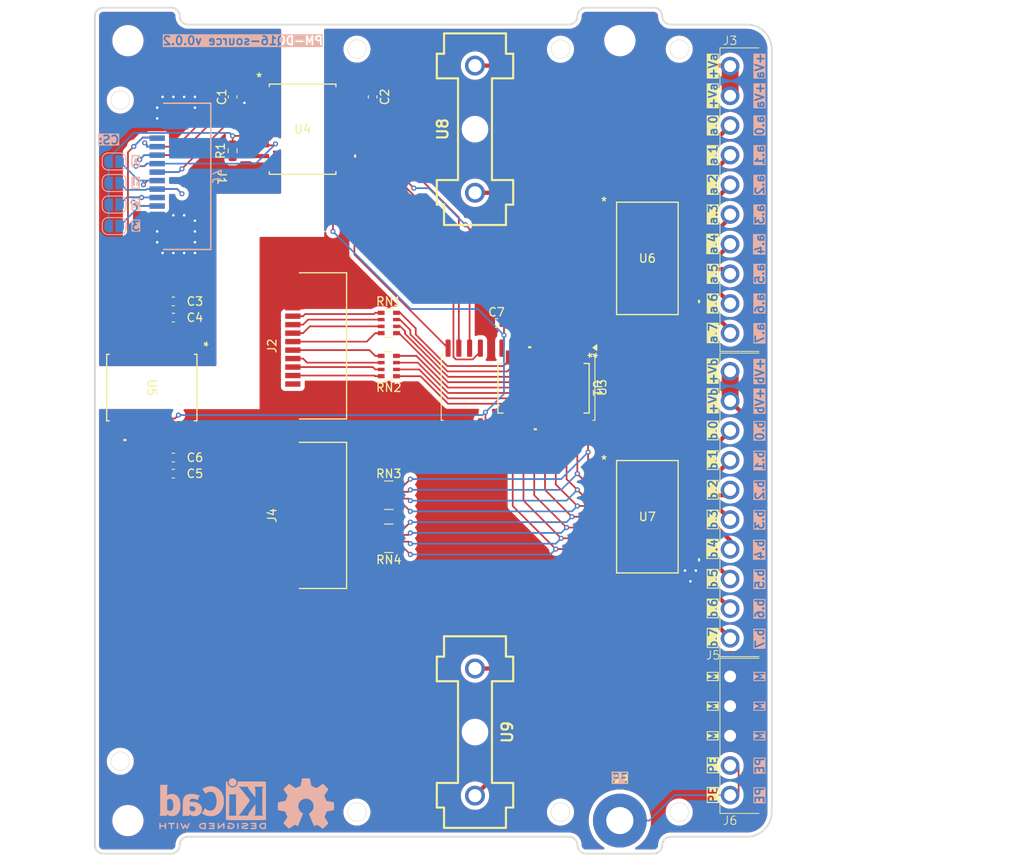
<source format=kicad_pcb>
(kicad_pcb (version 20240108) (generator "pcbnew") (generator_version "8.0")
  (title_block (title "${article} v${version}"))
  (layers (0 "F.Cu" signal) (31 "B.Cu" signal) (34 "B.Paste" user) (35 "F.Paste" user) (36 "B.SilkS" user "B.Silkscreen") (37 "F.SilkS" user "F.Silkscreen") (38 "B.Mask" user) (39 "F.Mask" user) (44 "Edge.Cuts" user))
  (property "article" "PM-DQ16-source")
  (property "version" "0.0.2")
  (net 0 "")
  (net 1 "/MOSI")
  (net 2 "/CS")
  (net 3 "/MISO")
  (net 4 "GND")
  (net 5 "/SCK")
  (net 6 "+3.3V")
  (net 7 "+5V")
  (net 8 "/CS3")
  (net 9 "/CS0")
  (net 10 "/CS1")
  (net 11 "/CS2")
  (net 14 "+5V_ISO")
  (net 15 "GND_ISO")
  (net 16 "/CS_ISO")
  (net 17 "/SCK_ISO")
  (net 18 "/MISO_ISO")
  (net 19 "/MOSI_ISO")
  (net 20 "/a.0_in")
  (net 21 "/b.0_in")
  (net 22 "/b.7_in")
  (net 23 "/b.5_in")
  (net 24 "/a.2_in")
  (net 25 "/b.6_in")
  (net 26 "/a.3_in")
  (net 27 "/a.5_in")
  (net 28 "/a.7_in")
  (net 29 "/b.2_in")
  (net 30 "/b.1_in")
  (net 31 "/b.4_in")
  (net 32 "/a.4_in")
  (net 33 "/a.6_in")
  (net 34 "/b.3_in")
  (net 35 "/a.1_in")
  (net 36 "/a.1_out")
  (net 37 "/a.3_out")
  (net 38 "/a.0_out")
  (net 39 "/a.7_out")
  (net 40 "/a.6_out")
  (net 41 "/a.4_out")
  (net 42 "/a.2_out")
  (net 43 "/a.5_out")
  (net 44 "/b.3_out")
  (net 45 "/b.5_out")
  (net 46 "/b.4_out")
  (net 47 "/b.2_out")
  (net 48 "/b.0_out")
  (net 49 "/b.1_out")
  (net 50 "/b.7_out")
  (net 51 "/b.6_out")
  (net 53 "Net-(J2-Pin_8)")
  (net 54 "/PE")
  (net 56 "+V_a")
  (net 57 "+V_b")
  (net 58 "Net-(U6-VCC)")
  (net 59 "Net-(U7-VCC)")
  (net 60 "Net-(J2-Pin_6)")
  (net 61 "Net-(J2-Pin_9)")
  (net 62 "Net-(J2-Pin_7)")
  (net 63 "Net-(J2-Pin_2)")
  (net 64 "Net-(J2-Pin_5)")
  (net 65 "Net-(J2-Pin_4)")
  (net 66 "Net-(J2-Pin_3)")
  (net 67 "Net-(J4-Pin_9)")
  (net 68 "Net-(J4-Pin_4)")
  (net 69 "Net-(J4-Pin_3)")
  (net 70 "Net-(J4-Pin_6)")
  (net 71 "Net-(J4-Pin_2)")
  (net 72 "Net-(J4-Pin_5)")
  (net 73 "Net-(J4-Pin_8)")
  (net 74 "Net-(J4-Pin_7)")
  (footprint "kicad_inventree_lib:15EDGRC-3.5-05P" (layer "F.Cu") (at 100 143 90)
    (property "Reference" "J6")
    (property "Value" "15EDGRC-3.5-05P")
  )
  (footprint "kicad_inventree_lib:SOP18-P-375-1p27_TOS-M" (layer "F.Cu") (at 90.24 79.68)
    (property "Reference" "U6")
    (property "Value" "TBD62783AFG")
  )
  (footprint "kicad_inventree_lib:15EDGRC-3.5-10P" (layer "F.Cu") (at 100 124.5 90)
    (property "Reference" "J5")
    (property "Value" "15EDGRC-3.5-10P")
  )
  (footprint "kicad_inventree_lib:PM-ESP32C3_v0.0.4" (layer "F.Cu") (at 25 100)
    (property "Reference" "U1" (hide yes))
    (property "Value" "~" (hide yes))
    (fp_circle (center 3.1 -39) (end 4.2 -39) (stroke (width 0.05)) (fill none) (layer "Edge.Cuts"))
    (fp_circle (center 3.1 39) (end 4.2 39) (stroke (width 0.05)) (fill none) (layer "Edge.Cuts"))
    (fp_circle (center 31 -45) (end 32.1 -45) (stroke (width 0.05)) (fill none) (layer "Edge.Cuts"))
    (fp_circle (center 31 45) (end 32.1 45) (stroke (width 0.05)) (fill none) (layer "Edge.Cuts"))
  )
  (footprint "kicad_inventree_lib:15EDGRC-3.5-10P" (layer "F.Cu") (at 100 88.5 90)
    (property "Reference" "J3")
    (property "Value" "15EDGRC-3.5-10P")
  )
  (footprint "NextPCB:Fuseholder" (layer "F.Cu") (at 69.92 64.44 90)
    (property "Reference" "U8")
    (property "Value" "64900001039" (hide yes))
  )
  (footprint "Resistor_SMD:R_Array_Convex_4x0603" (layer "F.Cu") (at 59.76 107.62)
    (property "Reference" "RN3")
    (property "Value" "330R")
  )
  (footprint "Capacitor_SMD:C_0603_1608Metric" (layer "F.Cu") (at 72.46 87.3 180)
    (property "Reference" "C7")
    (property "Value" "100nF")
  )
  (footprint "Resistor_SMD:R_Array_Convex_4x0603" (layer "F.Cu") (at 59.76 112.7)
    (property "Reference" "RN4")
    (property "Value" "330R")
  )
  (footprint "Capacitor_SMD:C_0603_1608Metric" (layer "F.Cu") (at 34.36 105.08)
    (property "Reference" "C5")
    (property "Value" "10uF")
  )
  (footprint "Capacitor_SMD:C_0603_1608Metric" (layer "F.Cu") (at 41.345 60.63 -90)
    (property "Reference" "C1")
    (property "Value" "100nF")
  )
  (footprint "MountingHole:MountingHole_3.2mm_M3" (layer "F.Cu") (at 29 146)
    (property "Reference" "H3" (hide yes))
    (property "Value" "MountingHole")
  )
  (footprint "NextPCB:Fuseholder" (layer "F.Cu") (at 69.92 135.56 -90)
    (property "Reference" "U9")
    (property "Value" "64900001039" (hide yes))
  )
  (footprint "Resistor_SMD:R_Array_Convex_4x0603" (layer "F.Cu") (at 59.76 92.38)
    (property "Reference" "RN2")
    (property "Value" "330R")
  )
  (footprint "kicad_inventree_lib:SOP18-P-375-1p27_TOS-M" (layer "F.Cu") (at 90.24 110.16)
    (property "Reference" "U7")
    (property "Value" "TBD62783AFG")
  )
  (footprint "Capacitor_SMD:C_0603_1608Metric" (layer "F.Cu") (at 34.36 84.76)
    (property "Reference" "C3")
    (property "Value" "100nF")
  )
  (footprint "kicad_inventree_lib:PM-LED_v0.0.2" (layer "F.Cu") (at 90 100)
    (property "Reference" "U2" (hide yes))
    (property "Value" "PM-LED8_v0.0.2")
    (fp_circle (center -10 -45) (end -8.9 -45) (stroke (width 0.05)) (fill none) (layer "Edge.Cuts"))
    (fp_circle (center -10 45) (end -8.9 45) (stroke (width 0.05)) (fill none) (layer "Edge.Cuts"))
    (fp_circle (center 4 -45) (end 5.1 -45) (stroke (width 0.05)) (fill none) (layer "Edge.Cuts"))
    (fp_circle (center 4 45) (end 5.1 45) (stroke (width 0.05)) (fill none) (layer "Edge.Cuts"))
  )
  (footprint "Package_SO:SOIC-28W_7.5x17.9mm_P1.27mm" (layer "F.Cu") (at 75 94.92 -90)
    (property "Reference" "U3")
    (property "Value" "MCP23S17_SO")
  )
  (footprint "MountingHole:MountingHole_3.2mm_M3" (layer "F.Cu") (at 29 54)
    (property "Reference" "H2" (hide yes))
    (property "Value" "MountingHole")
  )
  (footprint "Resistor_SMD:R_Array_Convex_4x0603" (layer "F.Cu") (at 59.76 87.3)
    (property "Reference" "RN1")
    (property "Value" "330R")
  )
  (footprint "MountingHole:MountingHole_3.2mm_M3" (layer "F.Cu") (at 87 54)
    (property "Reference" "H1" (hide yes))
    (property "Value" "MountingHole")
  )
  (footprint "Capacitor_SMD:C_0603_1608Metric" (layer "F.Cu") (at 34.36 86.665)
    (property "Reference" "C4")
    (property "Value" "10uF")
  )
  (footprint "kicad_inventree_lib:CONN10_AFA07-S10_JUS" (layer "F.Cu") (at 36 70 90)
    (property "Reference" "J1")
    (property "Value" "AFA07-S10FCC-00")
  )
  (footprint "kicad_inventree_lib:SOIC16-WBW_CLG-M" (layer "F.Cu") (at 49.6 64.44)
    (property "Reference" "U4")
    (property "Value" "CA-IS3741HW")
  )
  (footprint "Capacitor_SMD:C_0603_1608Metric" (layer "F.Cu") (at 34.36 103.175)
    (property "Reference" "C6")
    (property "Value" "100nF")
  )
  (footprint "kicad_inventree_lib:SSOP28_MC_MCH" (layer "F.Cu") (at 78 95 -90)
    (property "Reference" "U1")
    (property "Value" "MCP23S17_SS")
  )
  (footprint "Resistor_SMD:R_0603_1608Metric" (layer "F.Cu") (at 41.345 66.98 90)
    (property "Reference" "R1")
    (property "Value" "10k")
  )
  (footprint "kicad_inventree_lib:SOIC16-WBW_CLG-M" (layer "F.Cu") (at 31.82 94.92 -90)
    (property "Reference" "U5")
    (property "Value" "CA-IS3105W")
  )
  (footprint "Capacitor_SMD:C_0603_1608Metric" (layer "F.Cu") (at 57.855 60.63 -90)
    (property "Reference" "C2")
    (property "Value" "100nF")
  )
  (footprint "kicad_inventree_lib:CONN10_AFA07-S10_JUS" (layer "F.Cu") (at 52 90 90)
    (property "Reference" "J2")
    (property "Value" "AFA07-S10FCC-00")
  )
  (footprint "kicad_inventree_lib:PE" (layer "F.Cu") (at 87 146)
    (property "Reference" "PE1" (hide yes))
    (property "Value" "PE")
  )
  (footprint "kicad_inventree_lib:CONN10_AFA07-S10_JUS" (layer "F.Cu") (at 52 110 90)
    (property "Reference" "J4")
    (property "Value" "AFA07-S10FCC-00")
  )
  (footprint "Jumper:SolderJumper-2_P1.3mm_Open_RoundedPad1.0x1.5mm" (layer "B.Cu") (at 27.375 70.79 180)
    (property "Reference" "JP2" (hide yes))
    (property "Value" "SolderJumper_2_Open")
  )
  (footprint "Jumper:SolderJumper-2_P1.3mm_Open_RoundedPad1.0x1.5mm" (layer "B.Cu") (at 27.375 75.87 180)
    (property "Reference" "JP4" (hide yes))
    (property "Value" "SolderJumper_2_Open")
  )
  (footprint "Jumper:SolderJumper-2_P1.3mm_Open_RoundedPad1.0x1.5mm" (layer "B.Cu") (at 27.375 68.25 180)
    (property "Reference" "JP1" (hide yes))
    (property "Value" "SolderJumper_2_Open")
  )
  (footprint "Jumper:SolderJumper-2_P1.3mm_Open_RoundedPad1.0x1.5mm" (layer "B.Cu") (at 27.375 73.33 180)
    (property "Reference" "JP3" (hide yes))
    (property "Value" "SolderJumper_2_Open")
  )
  (footprint "kicad_inventree_lib:CONN10_AFA07-S10_JUS" (layer "B.Cu") (at 36 70 -90)
    (property "Reference" "J7")
    (property "Value" "AFA07-S10FCC-00")
  )
  (footprint "Symbol:KiCad-Logo2_5mm_SilkScreen" (layer "B.Cu") (at 39 144 180)
    (property "Reference" "kicad_logo" (hide yes))
    (property "Value" "KiCad-Logo2_5mm_SilkScreen" (hide yes))
  )
  (footprint "Symbol:OSHW-Symbol_6.7x6mm_SilkScreen" (layer "B.Cu") (at 50 144 180)
    (property "Reference" "oshw_logo" (hide yes))
    (property "Value" "OSHW-Symbol_6.7x6mm_SilkScreen" (hide yes))
  )
  (gr_arc (start 102 52.1) (mid 104.05061 52.94939) (end 104.9 55) (stroke (width 0.2)) (layer "Edge.Cuts"))
  (gr_arc (start 91 50.1) (mid 91.707107 50.392893) (end 92 51.1) (stroke (width 0.2)) (layer "Edge.Cuts"))
  (gr_arc (start 34.1 50.1) (mid 34.807107 50.392893) (end 35.1 51.1) (stroke (width 0.2)) (layer "Edge.Cuts"))
  (gr_line (start 26.1 149.9) (end 34.1 149.9) (stroke (width 0.2)) (layer "Edge.Cuts"))
  (gr_arc (start 82 51.1) (mid 81.707107 51.807107) (end 81 52.1) (stroke (width 0.2)) (layer "Edge.Cuts"))
  (gr_arc (start 25.1 51.1) (mid 25.392893 50.392893) (end 26.1 50.1) (stroke (width 0.2)) (layer "Edge.Cuts"))
  (gr_arc (start 35.1 148.9) (mid 34.807107 149.607107) (end 34.1 149.9) (stroke (width 0.2)) (layer "Edge.Cuts"))
  (gr_arc (start 82 51.1) (mid 82.292893 50.392893) (end 83 50.1) (stroke (width 0.2)) (layer "Edge.Cuts"))
  (gr_line (start 36.1 52.1) (end 81 52.1) (stroke (width 0.2)) (layer "Edge.Cuts"))
  (gr_arc (start 92 148.9) (mid 91.707107 149.607107) (end 91 149.9) (stroke (width 0.2)) (layer "Edge.Cuts"))
  (gr_arc (start 36.1 52.1) (mid 35.392893 51.807107) (end 35.1 51.1) (stroke (width 0.2)) (layer "Edge.Cuts"))
  (gr_line (start 81 147.9) (end 36.1 147.9) (stroke (width 0.2)) (layer "Edge.Cuts"))
  (gr_line (start 93 147.9) (end 102 147.9) (stroke (width 0.2)) (layer "Edge.Cuts"))
  (gr_arc (start 83 149.9) (mid 82.292893 149.607107) (end 82 148.9) (stroke (width 0.2)) (layer "Edge.Cuts"))
  (gr_arc (start 26.1 149.9) (mid 25.392893 149.607107) (end 25.1 148.9) (stroke (width 0.2)) (layer "Edge.Cuts"))
  (gr_arc (start 93 52.1) (mid 92.292893 51.807107) (end 92 51.1) (stroke (width 0.2)) (layer "Edge.Cuts"))
  (gr_line (start 104.9 55) (end 104.9 145) (stroke (width 0.2)) (layer "Edge.Cuts"))
  (gr_line (start 26.1 50.1) (end 34.1 50.1) (stroke (width 0.2)) (layer "Edge.Cuts"))
  (gr_arc (start 92 148.9) (mid 92.292893 148.192893) (end 93 147.9) (stroke (width 0.2)) (layer "Edge.Cuts"))
  (gr_line (start 102 52.1) (end 93 52.1) (stroke (width 0.2)) (layer "Edge.Cuts"))
  (gr_line (start 25.1 51.1) (end 25.1 148.9) (stroke (width 0.2)) (layer "Edge.Cuts"))
  (gr_arc (start 104.9 145) (mid 104.05061 147.05061) (end 102 147.9) (stroke (width 0.2)) (layer "Edge.Cuts"))
  (gr_arc (start 35.1 148.9) (mid 35.392891 148.192891) (end 36.1 147.9) (stroke (width 0.2)) (layer "Edge.Cuts"))
  (gr_line (start 91 50.1) (end 83 50.1) (stroke (width 0.2)) (layer "Edge.Cuts"))
  (gr_line (start 83 149.9) (end 91 149.9) (stroke (width 0.2)) (layer "Edge.Cuts"))
  (gr_arc (start 81 147.9) (mid 81.707107 148.192893) (end 82 148.9) (stroke (width 0.2)) (layer "Edge.Cuts"))
  (gr_text "+Va" (at 103.5 60.5 90) (layer "B.SilkS" knockout) (effects (font (size 1 1) (thickness 0.2) (bold yes)) (justify mirror)))
  (gr_text "a.6" (at 103.5 85 90) (layer "B.SilkS" knockout) (effects (font (size 1 1) (thickness 0.2) (bold yes)) (justify mirror)))
  (gr_text "a.4" (at 103.5 78 90) (layer "B.SilkS" knockout) (effects (font (size 1 1) (thickness 0.2) (bold yes)) (justify mirror)))
  (gr_text "2" (at 29.915 73.33 0) (layer "B.SilkS" knockout) (effects (font (size 1 1) (thickness 0.2) (bold yes)) (justify mirror)))
  (gr_text "a.0" (at 103.5 64 90) (layer "B.SilkS" knockout) (effects (font (size 1 1) (thickness 0.2) (bold yes)) (justify mirror)))
  (gr_text "b.1" (at 103.5 103.5 90) (layer "B.SilkS" knockout) (effects (font (size 1 1) (thickness 0.2) (bold yes)) (justify mirror)))
  (gr_text "+Va" (at 103.5 57 90) (layer "B.SilkS" knockout) (effects (font (size 1 1) (thickness 0.2) (bold yes)) (justify mirror)))
  (gr_text "M" (at 103.5 129 90) (layer "B.SilkS" knockout) (effects (font (size 1 1) (thickness 0.2) (bold yes)) (justify mirror)))
  (gr_text "M" (at 103.5 136 90) (layer "B.SilkS" knockout) (effects (font (size 1 1) (thickness 0.2) (bold yes)) (justify mirror)))
  (gr_text "CS:" (at 26.74 65.71 0) (layer "B.SilkS" knockout) (effects (font (size 1 1) (thickness 0.2) (bold yes)) (justify mirror)))
  (gr_text "3" (at 29.915 75.87 0) (layer "B.SilkS" knockout) (effects (font (size 1 1) (thickness 0.2) (bold yes)) (justify mirror)))
  (gr_text "+Vb" (at 103.5 93 90) (layer "B.SilkS" knockout) (effects (font (size 1 1) (thickness 0.2) (bold yes)) (justify mirror)))
  (gr_text "b.5" (at 103.5 117.5 90) (layer "B.SilkS" knockout) (effects (font (size 1 1) (thickness 0.2) (bold yes)) (justify mirror)))
  (gr_text "a.3" (at 103.5 74.5 90) (layer "B.SilkS" knockout) (effects (font (size 1 1) (thickness 0.2) (bold yes)) (justify mirror)))
  (gr_text "b.3" (at 103.5 110.5 90) (layer "B.SilkS" knockout) (effects (font (size 1 1) (thickness 0.2) (bold yes)) (justify mirror)))
  (gr_text "+Vb" (at 103.5 96.5 90) (layer "B.SilkS" knockout) (effects (font (size 1 1) (thickness 0.2) (bold yes)) (justify mirror)))
  (gr_text "b.6" (at 103.5 121 90) (layer "B.SilkS" knockout) (effects (font (size 1 1) (thickness 0.2) (bold yes)) (justify mirror)))
  (gr_text "a.1" (at 103.5 67.5 90) (layer "B.SilkS" knockout) (effects (font (size 1 1) (thickness 0.2) (bold yes)) (justify mirror)))
  (gr_text "b.2" (at 103.5 107 90) (layer "B.SilkS" knockout) (effects (font (size 1 1) (thickness 0.2) (bold yes)) (justify mirror)))
  (gr_text "M" (at 103.5 132.5 90) (layer "B.SilkS" knockout) (effects (font (size 1 1) (thickness 0.2) (bold yes)) (justify mirror)))
  (gr_text "PE" (at 103.5 139.5 90) (layer "B.SilkS" knockout) (effects (font (size 1 1) (thickness 0.2) (bold yes)) (justify mirror)))
  (gr_text "b.7" (at 103.5 124.5 90) (layer "B.SilkS" knockout) (effects (font (size 1 1) (thickness 0.2) (bold yes)) (justify mirror)))
  (gr_text "${article} v${version}" (at 33 54 0) (layer "B.SilkS" knockout) (effects (font (size 1 1) (thickness 0.2) (bold yes)) (justify right mirror)))
  (gr_text "a.2" (at 103.5 71 90) (layer "B.SilkS" knockout) (effects (font (size 1 1) (thickness 0.2) (bold yes)) (justify mirror)))
  (gr_text "a.7" (at 103.5 88.5 90) (layer "B.SilkS" knockout) (effects (font (size 1 1) (thickness 0.2) (bold yes)) (justify mirror)))
  (gr_text "0" (at 29.915 68.25 0) (layer "B.SilkS" knockout) (effects (font (size 1 1) (thickness 0.2) (bold yes)) (justify mirror)))
  (gr_text "1" (at 29.915 70.79 0) (layer "B.SilkS" knockout) (effects (font (size 1 1) (thickness 0.2) (bold yes)) (justify mirror)))
  (gr_text "PE" (at 103.5 143 90) (layer "B.SilkS" knockout) (effects (font (size 1 1) (thickness 0.2) (bold yes)) (justify mirror)))
  (gr_text "b.4" (at 103.5 114 90) (layer "B.SilkS" knockout) (effects (font (size 1 1) (thickness 0.2) (bold yes)) (justify mirror)))
  (gr_text "PE" (at 87 141 -0) (layer "B.SilkS" knockout) (effects (font (size 1 1) (thickness 0.2) (bold yes)) (justify mirror)))
  (gr_text "b.0" (at 103.5 100 90) (layer "B.SilkS" knockout) (effects (font (size 1 1) (thickness 0.2) (bold yes)) (justify mirror)))
  (gr_text "a.5" (at 103.5 81.5 90) (layer "B.SilkS" knockout) (effects (font (size 1 1) (thickness 0.2) (bold yes)) (justify mirror)))
  (gr_text "+Va" (at 98 60.5 90) (layer "F.SilkS" knockout) (effects (font (size 1 1) (thickness 0.2) (bold yes))))
  (gr_text "+Vb" (at 98 93 90) (layer "F.SilkS" knockout) (effects (font (size 1 1) (thickness 0.2) (bold yes))))
  (gr_text "a.6" (at 98 85 90) (layer "F.SilkS" knockout) (effects (font (size 1 1) (thickness 0.2) (bold yes))))
  (gr_text "a.3" (at 98 74.5 90) (layer "F.SilkS" knockout) (effects (font (size 1 1) (thickness 0.2) (bold yes))))
  (gr_text "a.4" (at 98 78 90) (layer "F.SilkS" knockout) (effects (font (size 1 1) (thickness 0.2) (bold yes))))
  (gr_text "+Va" (at 98 57 90) (layer "F.SilkS" knockout) (effects (font (size 1 1) (thickness 0.2) (bold yes))))
  (gr_text "PE" (at 98 143 90) (layer "F.SilkS" knockout) (effects (font (size 1 1) (thickness 0.2) (bold yes))))
  (gr_text "M" (at 98 129 90) (layer "F.SilkS" knockout) (effects (font (size 1 1) (thickness 0.2) (bold yes))))
  (gr_text "M" (at 98 132.5 90) (layer "F.SilkS" knockout) (effects (font (size 1 1) (thickness 0.2) (bold yes))))
  (gr_text "a.7" (at 98 88.5 90) (layer "F.SilkS" knockout) (effects (font (size 1 1) (thickness 0.2) (bold yes))))
  (gr_text "b.7" (at 98 124.5 90) (layer "F.SilkS" knockout) (effects (font (size 1 1) (thickness 0.2) (bold yes))))
  (gr_text "b.3" (at 98 110.5 90) (layer "F.SilkS" knockout) (effects (font (size 1 1) (thickness 0.2) (bold yes))))
  (gr_text "PE" (at 98 139.5 90) (layer "F.SilkS" knockout) (effects (font (size 1 1) (thickness 0.2) (bold yes))))
  (gr_text "b.4" (at 98 114 90) (layer "F.SilkS" knockout) (effects (font (size 1 1) (thickness 0.2) (bold yes))))
  (gr_text "a.0" (at 98 64 90) (layer "F.SilkS" knockout) (effects (font (size 1 1) (thickness 0.2) (bold yes))))
  (gr_text "PE" (at 87 141 0) (layer "F.SilkS" knockout) (effects (font (size 1 1) (thickness 0.2) (bold yes))))
  (gr_text "a.1" (at 98 67.5 90) (layer "F.SilkS" knockout) (effects (font (size 1 1) (thickness 0.2) (bold yes))))
  (gr_text "a.2" (at 98 71 90) (layer "F.SilkS" knockout) (effects (font (size 1 1) (thickness 0.2) (bold yes))))
  (gr_text "b.2" (at 98 107 90) (layer "F.SilkS" knockout) (effects (font (size 1 1) (thickness 0.2) (bold yes))))
  (gr_text "a.5" (at 98 81.5 90) (layer "F.SilkS" knockout) (effects (font (size 1 1) (thickness 0.2) (bold yes))))
  (gr_text "b.5" (at 98 117.5 90) (layer "F.SilkS" knockout) (effects (font (size 1 1) (thickness 0.2) (bold yes))))
  (gr_text "M" (at 98 136 90) (layer "F.SilkS" knockout) (effects (font (size 1 1) (thickness 0.2) (bold yes))))
  (gr_text "+Vb" (at 98 96.5 90) (layer "F.SilkS" knockout) (effects (font (size 1 1) (thickness 0.2) (bold yes))))
  (gr_text "b.0" (at 98 100 90) (layer "F.SilkS" knockout) (effects (font (size 1 1) (thickness 0.2) (bold yes))))
  (gr_text "b.1" (at 98 103.5 90) (layer "F.SilkS" knockout) (effects (font (size 1 1) (thickness 0.2) (bold yes))))
  (gr_text "b.6" (at 98 121 90) (layer "F.SilkS" knockout) (effects (font (size 1 1) (thickness 0.2) (bold yes))))
  (segment (start 30.3877 68.0232) (end 30.9109 67.5) (width 0.2) (layer "F.Cu") (net 1))
  (segment (start 44.7232 62.535) (end 39.9492 62.535) (width 0.2) (layer "F.Cu") (net 1))
  (segment (start 30.9109 67.5) (end 32.444 67.5) (width 0.2) (layer "F.Cu") (net 1))
  (segment (start 34.9842 67.5) (end 32.444 67.5) (width 0.2) (layer "F.Cu") (net 1))
  (segment (start 39.9492 62.535) (end 34.9842 67.5) (width 0.2) (layer "F.Cu") (net 1))
  (via (at 30.3877 68.0232) (size 0.6) (drill 0.3) (layers "F.Cu" "B.Cu") (net 1))
  (segment (start 32.444 67.5) (end 30.9109 67.5) (width 0.2) (layer "B.Cu") (net 1))
  (segment (start 30.9109 67.5) (end 30.3877 68.0232) (width 0.2) (layer "B.Cu") (net 1))
  (segment (start 43.3397 65.2297) (end 43.4944 65.075) (width 0.2) (layer "F.Cu") (net 2))
  (segment (start 44.7232 65.075) (end 43.4944 65.075) (width 0.2) (layer "F.Cu") (net 2))
  (segment (start 41.345 65.2297) (end 41.345 66.155) (width 0.2) (layer "F.Cu") (net 2))
  (segment (start 41.345 65.2297) (end 43.3397 65.2297) (width 0.2) (layer "F.Cu") (net 2))
  (via (at 41.345 65.2297) (size 0.6) (drill 0.3) (layers "F.Cu" "B.Cu") (net 2))
  (segment (start 29.693 64.8808) (end 40.9961 64.8808) (width 0.2) (layer "B.Cu") (net 2))
  (segment (start 26.725 67.8488) (end 29.693 64.8808) (width 0.2) (layer "B.Cu") (net 2))
  (segment (start 26.725 75.87) (end 26.725 73.33) (width 0.2) (layer "B.Cu") (net 2))
  (segment (start 40.9961 64.8808) (end 41.345 65.2297) (width 0.2) (layer "B.Cu") (net 2))
  (segment (start 26.725 73.33) (end 26.725 70.79) (width 0.2) (layer "B.Cu") (net 2))
  (segment (start 26.725 70.79) (end 26.725 68.25) (width 0.2) (layer "B.Cu") (net 2))
  (segment (start 26.725 68.25) (end 26.725 67.8488) (width 0.2) (layer "B.Cu") (net 2))
  (segment (start 46.4005 66.1758) (end 46.4017 66.177) (width 0.2) (layer "F.Cu") (net 3))
  (segment (start 29.9494 68.7993) (end 30.9413 68.7993) (width 0.2) (layer "F.Cu") (net 3))
  (segment (start 30.9413 68.7993) (end 31.2406 68.5) (width 0.2) (layer "F.Cu") (net 3))
  (segment (start 44.7232 66.345) (end 46.2313 66.345) (width 0.2) (layer "F.Cu") (net 3))
  (segment (start 46.2313 66.345) (end 46.4005 66.1758) (width 0.2) (layer "F.Cu") (net 3))
  (segment (start 32.444 68.5) (end 31.2406 68.5) (width 0.2) (layer "F.Cu") (net 3))
  (via (at 46.4017 66.177) (size 0.6) (drill 0.3) (layers "F.Cu" "B.Cu") (net 3))
  (via (at 29.9494 68.7993) (size 0.6) (drill 0.3) (layers "F.Cu" "B.Cu") (net 3))
  (segment (start 29.9494 68.7993) (end 30.9413 68.7993) (width 0.2) (layer "B.Cu") (net 3))
  (segment (start 30.9413 68.7993) (end 31.2406 68.5) (width 0.2) (layer "B.Cu") (net 3))
  (segment (start 32.444 68.5) (end 31.2406 68.5) (width 0.2) (layer "B.Cu") (net 3))
  (segment (start 32.444 68.5) (end 44.0787 68.5) (width 0.2) (layer "B.Cu") (net 3))
  (segment (start 44.0787 68.5) (end 46.4017 66.177) (width 0.2) (layer "B.Cu") (net 3))
  (via (at 35.63 74.6) (size 0.6) (drill 0.3) (layers "F.Cu" "B.Cu") (net 4))
  (via (at 36.9 76.505) (size 0.6) (drill 0.3) (layers "F.Cu" "B.Cu") (net 4))
  (via (at 35.63 79.045) (size 0.6) (drill 0.3) (layers "F.Cu" "B.Cu") (net 4))
  (via (at 36.9 61.9) (size 0.6) (drill 0.3) (layers "F.Cu" "B.Cu") (net 4))
  (via (at 32.455 77.775) (size 0.6) (drill 0.3) (layers "F.Cu" "B.Cu") (net 4))
  (via (at 32.455 76.505) (size 0.6) (drill 0.3) (layers "F.Cu" "B.Cu") (net 4))
  (via (at 35.63 60.63) (size 0.6) (drill 0.3) (layers "F.Cu" "B.Cu") (net 4))
  (via (at 36.9 79.045) (size 0.6) (drill 0.3) (layers "F.Cu" "B.Cu") (net 4))
  (via (at 42.735736 61.335709) (size 0.6) (drill 0.3) (layers "F.Cu" "B.Cu") (net 4))
  (via (at 34.36 74.6) (size 0.6) (drill 0.3) (layers "F.Cu" "B.Cu") (net 4))
  (via (at 36.9 60.63) (size 0.6) (drill 0.3) (layers "F.Cu" "B.Cu") (net 4))
  (via (at 34.36 60.63) (size 0.6) (drill 0.3) (layers "F.Cu" "B.Cu") (net 4))
  (via (at 36.9 77.775) (size 0.6) (drill 0.3) (layers "F.Cu" "B.Cu") (net 4))
  (via (at 36.9 75.235) (size 0.6) (drill 0.3) (layers "F.Cu" "B.Cu") (net 4))
  (via (at 32.455 63.17) (size 0.6) (drill 0.3) (layers "F.Cu" "B.Cu") (net 4))
  (via (at 33.09 60.63) (size 0.6) (drill 0.3) (layers "F.Cu" "B.Cu") (net 4))
  (via (at 33.09 79.045) (size 0.6) (drill 0.3) (layers "F.Cu" "B.Cu") (net 4))
  (via (at 34.36 79.045) (size 0.6) (drill 0.3) (layers "F.Cu" "B.Cu") (net 4))
  (via (at 32.455 61.9) (size 0.6) (drill 0.3) (layers "F.Cu" "B.Cu") (net 4))
  (segment (start 34.9875 69.5) (end 32.444 69.5) (width 0.2) (layer "F.Cu") (net 5))
  (segment (start 40.6825 63.805) (end 35.3705 69.117) (width 0.2) (layer "F.Cu") (net 5))
  (segment (start 44.7232 63.805) (end 40.6825 63.805) (width 0.2) (layer "F.Cu") (net 5))
  (segment (start 35.3705 69.117) (end 34.9875 69.5) (width 0.2) (layer "F.Cu") (net 5))
  (via (at 35.3705 69.117) (size 0.6) (drill 0.3) (layers "F.Cu" "B.Cu") (net 5))
  (segment (start 34.9875 69.5) (end 35.3705 69.117) (width 0.2) (layer "B.Cu") (net 5))
  (segment (start 32.444 69.5) (end 34.9875 69.5) (width 0.2) (layer "B.Cu") (net 5))
  (segment (start 34.7 66.5) (end 41.345 59.855) (width 0.2) (layer "F.Cu") (net 6))
  (segment (start 45.7387 65.6825) (end 43.7242 65.6825) (width 0.2) (layer "F.Cu") (net 6))
  (segment (start 43.4944 65.9123) (end 43.4944 67.615) (width 0.2) (layer "F.Cu") (net 6))
  (segment (start 31.8423 66.5) (end 32.444 66.5) (width 0.2) (layer "F.Cu") (net 6))
  (segment (start 43.4944 67.615) (end 41.535 67.615) (width 0.2) (layer "F.Cu") (net 6))
  (segment (start 32.444 66.5) (end 34.7 66.5) (width 0.2) (layer "F.Cu") (net 6))
  (segment (start 41.535 67.615) (end 41.345 67.805) (width 0.2) (layer "F.Cu") (net 6))
  (segment (start 31.2406 66.5) (end 31.2406 66.3116) (width 0.2) (layer "F.Cu") (net 6))
  (segment (start 31.8423 66.5) (end 31.2406 66.5) (width 0.2) (layer "F.Cu") (net 6))
  (segment (start 41.485 59.995) (end 41.345 59.855) (width 0.2) (layer "F.Cu") (net 6))
  (segment (start 31.2406 66.3116) (end 30.9832 66.0542) (width 0.2) (layer "F.Cu") (net 6))
  (segment (start 44.7232 59.995) (end 41.485 59.995) (width 0.2) (layer "F.Cu") (net 6))
  (segment (start 43.7242 65.6825) (end 43.4944 65.9123) (width 0.2) (layer "F.Cu") (net 6))
  (segment (start 45.395 59.995) (end 45.952 60.552) (width 0.2) (layer "F.Cu") (net 6))
  (segment (start 45.952 60.552) (end 45.952 65.4692) (width 0.2) (layer "F.Cu") (net 6))
  (segment (start 45.952 65.4692) (end 45.7387 65.6825) (width 0.2) (layer "F.Cu") (net 6))
  (segment (start 44.1088 67.615) (end 44.7232 67.615) (width 0.2) (layer "F.Cu") (net 6))
  (segment (start 44.1088 67.615) (end 43.4944 67.615) (width 0.2) (layer "F.Cu") (net 6))
  (segment (start 44.7232 59.995) (end 45.395 59.995) (width 0.2) (layer "F.Cu") (net 6))
  (via (at 30.9832 66.0542) (size 0.6) (drill 0.3) (layers "F.Cu" "B.Cu") (net 6))
  (segment (start 31.2406 66.5) (end 31.2406 66.3116) (width 0.2) (layer "B.Cu") (net 6))
  (segment (start 32.444 66.5) (end 31.2406 66.5) (width 0.2) (layer "B.Cu") (net 6))
  (segment (start 31.2406 66.3116) (end 30.9832 66.0542) (width 0.2) (layer "B.Cu") (net 6))
  (segment (start 33.585 86.665) (end 33.585 84.76) (width 0.2) (layer "F.Cu") (net 7))
  (segment (start 36.265 88.8144) (end 33.725 88.8144) (width 0.2) (layer "F.Cu") (net 7))
  (segment (start 33.725 90.0432) (end 33.725 88.8144) (width 0.2) (layer "F.Cu") (net 7))
  (segment (start 33.725 86.805) (end 33.585 86.665) (width 0.2) (layer "F.Cu") (net 7))
  (segment (start 30.7544 65.4132) (end 29.6916 66.476) (width 0.2) (layer "F.Cu") (net 7))
  (segment (start 32.444 65.5) (end 32.3572 65.4132) (width 0.2) (layer "F.Cu") (net 7))
  (segment (start 32.3572 65.4132) (end 30.7544 65.4132) (width 0.2) (layer "F.Cu") (net 7))
  (segment (start 29.6916 66.476) (end 29.0061 67.1615) (width 0.2) (layer "F.Cu") (net 7))
  (segment (start 29.0061 80.1811) (end 33.585 84.76) (width 0.2) (layer "F.Cu") (net 7))
  (segment (start 29.0061 67.1615) (end 29.0061 80.1811) (width 0.2) (layer "F.Cu") (net 7))
  (segment (start 36.265 90.0432) (end 36.265 88.8144) (width 0.2) (layer "F.Cu") (net 7))
  (segment (start 33.725 88.8144) (end 33.725 86.805) (width 0.2) (layer "F.Cu") (net 7))
  (via (at 29.6916 66.476) (size 0.6) (drill 0.3) (layers "F.Cu" "B.Cu") (net 7))
  (segment (start 30.7152 65.4524) (end 29.6916 66.476) (width 0.2) (layer "B.Cu") (net 7))
  (segment (start 32.3964 65.4524) (end 30.7152 65.4524) (width 0.2) (layer "B.Cu") (net 7))
  (segment (start 32.444 65.5) (end 32.3964 65.4524) (width 0.2) (layer "B.Cu") (net 7))
  (segment (start 29.6328 73.0644) (end 30.0684 73.5) (width 0.2) (layer "F.Cu") (net 8))
  (segment (start 30.0684 73.5) (end 32.444 73.5) (width 0.2) (layer "F.Cu") (net 8))
  (via (at 29.6328 73.0644) (size 0.6) (drill 0.3) (layers "F.Cu" "B.Cu") (net 8))
  (segment (start 32.444 73.5) (end 30.0684 73.5) (width 0.2) (layer "B.Cu") (net 8))
  (segment (start 30.0684 73.8266) (end 28.025 75.87) (width 0.2) (layer "B.Cu") (net 8))
  (segment (start 30.0684 73.5) (end 30.0684 73.8266) (width 0.2) (layer "B.Cu") (net 8))
  (segment (start 30.0684 73.5) (end 29.6328 73.0644) (width 0.2) (layer "B.Cu") (net 8))
  (segment (start 31.2406 70.5836) (end 31.2406 70.5) (width 0.2) (layer "F.Cu") (net 9))
  (segment (start 32.444 70.5) (end 31.2406 70.5) (width 0.2) (layer "F.Cu") (net 9))
  (segment (start 30.8304 70.9938) (end 31.2406 70.5836) (width 0.2) (layer "F.Cu") (net 9))
  (via (at 30.8304 70.9938) (size 0.6) (drill 0.3) (layers "F.Cu" "B.Cu") (net 9))
  (segment (start 32.444 70.5) (end 30.8304 70.5) (width 0.2) (layer "B.Cu") (net 9))
  (segment (start 30.8304 70.5) (end 30.275 70.5) (width 0.2) (layer "B.Cu") (net 9))
  (segment (start 30.275 70.5) (end 28.025 68.25) (width 0.2) (layer "B.Cu") (net 9))
  (segment (start 30.8304 70.5) (end 30.8304 70.9938) (width 0.2) (layer "B.Cu") (net 9))
  (segment (start 34.8123 71.5) (end 32.444 71.5) (width 0.2) (layer "F.Cu") (net 10))
  (segment (start 35.3705 72.0582) (end 34.8123 71.5) (width 0.2) (layer "F.Cu") (net 10))
  (via (at 35.3705 72.0582) (size 0.6) (drill 0.3) (layers "F.Cu" "B.Cu") (net 10))
  (segment (start 34.8123 71.5) (end 35.3705 72.0582) (width 0.2) (layer "B.Cu") (net 10))
  (segment (start 32.444 71.5) (end 34.8123 71.5) (width 0.2) (layer "B.Cu") (net 10))
  (segment (start 31.1451 71.5955) (end 31.2406 71.5) (width 0.2) (layer "B.Cu") (net 10))
  (segment (start 31.9432 71.5) (end 31.2406 71.5) (width 0.2) (layer "B.Cu") (net 10))
  (segment (start 28.025 70.79) (end 28.8305 71.5955) (width 0.2) (layer "B.Cu") (net 10))
  (segment (start 28.8305 71.5955) (end 31.1451 71.5955) (width 0.2) (layer "B.Cu") (net 10))
  (segment (start 31.9432 71.5) (end 32.444 71.5) (width 0.2) (layer "B.Cu") (net 10))
  (segment (start 30.6105 72.5) (end 32.444 72.5) (width 0.2) (layer "F.Cu") (net 11))
  (via (at 30.6105 72.5) (size 0.6) (drill 0.3) (layers "F.Cu" "B.Cu") (net 11))
  (segment (start 28.8923 72.4627) (end 28.025 73.33) (width 0.2) (layer "B.Cu") (net 11))
  (segment (start 30.6105 72.5) (end 30.5732 72.4627) (width 0.2) (layer "B.Cu") (net 11))
  (segment (start 30.5732 72.4627) (end 28.8923 72.4627) (width 0.2) (layer "B.Cu") (net 11))
  (segment (start 30.6105 72.5) (end 32.444 72.5) (width 0.2) (layer "B.Cu") (net 11))
  (segment (start 53.1767 76.505) (end 53.1767 67.6878) (width 0.2) (layer "F.Cu") (net 14))
  (segment (start 33.725 100.4112) (end 33.725 99.7968) (width 0.2) (layer "F.Cu") (net 14))
  (segment (start 57.715 59.995) (end 57.855 59.855) (width 0.2) (layer "F.Cu") (net 14))
  (segment (start 73.3365 90.0285) (end 73.3365 88.7396) (width 0.2) (layer "F.Cu") (net 14))
  (segment (start 33.445 101.0256) (end 33.585 101.1656) (width 0.2) (layer "F.Cu") (net 14))
  (segment (start 34.5532 98.568) (end 34.9564 98.1648) (width 0.2) (layer "F.Cu") (net 14))
  (segment (start 53.1767 67.6878) (end 53.2495 67.615) (width 0.2) (layer "F.Cu") (net 14))
  (segment (start 33.585 101.1656) (end 33.585 103.175) (width 0.2) (layer "F.Cu") (net 14))
  (segment (start 33.725 100.4112) (end 33.725 101.0256) (width 0.2) (layer "F.Cu") (net 14))
  (segment (start 32.455 99.7968) (end 32.455 101.0256) (width 0.2) (layer "F.Cu") (net 14))
  (segment (start 73.3365 88.7396) (end 73.3365 87.4015) (width 0.2) (layer "F.Cu") (net 14))
  (segment (start 53.2495 67.615) (end 53.248 67.615) (width 0.2) (layer "F.Cu") (net 14))
  (segment (start 73.095 90.27) (end 73.3365 90.0285) (width 0.2) (layer "F.Cu") (net 14))
  (segment (start 54.4768 59.995) (end 53.248 59.995) (width 0.2) (layer "F.Cu") (net 14))
  (segment (start 33.585 103.175) (end 33.585 105.08) (width 0.2) (layer "F.Cu") (net 14))
  (segment (start 54.4768 67.615) (end 53.3489 67.615) (width 0.2) (layer "F.Cu") (net 14))
  (segment (start 70.555 99.57) (end 71.1569 98.9681) (width 0.2) (layer "F.Cu") (net 14))
  (segment (start 53.3489 67.615) (end 53.2495 67.615) (width 0.2) (layer "F.Cu") (net 14))
  (segment (start 73.3365 87.4015) (end 73.235 87.3) (width 0.2) (layer "F.Cu") (net 14))
  (segment (start 71.1569 98.9681) (end 71.1569 97.8345) (width 0.2) (layer "F.Cu") (net 14))
  (segment (start 32.455 101.0256) (end 33.445 101.0256) (width 0.2) (layer "F.Cu") (net 14))
  (segment (start 53.248 67.615) (end 53.248 59.995) (width 0.2) (layer "F.Cu") (net 14))
  (segment (start 33.725 101.0256) (end 33.585 101.1656) (width 0.2) (layer "F.Cu") (net 14))
  (segment (start 54.4768 59.995) (end 57.715 59.995) (width 0.2) (layer "F.Cu") (net 14))
  (segment (start 33.725 98.568) (end 34.5532 98.568) (width 0.2) (layer "F.Cu") (net 14))
  (segment (start 33.725 99.7968) (end 33.725 98.568) (width 0.2) (layer "F.Cu") (net 14))
  (via (at 53.1767 76.505) (size 0.6) (drill 0.3) (layers "F.Cu" "B.Cu") (net 14))
  (via (at 73.3365 88.7396) (size 0.6) (drill 0.3) (layers "F.Cu" "B.Cu") (net 14))
  (via (at 71.1569 97.8345) (size 0.6) (drill 0.3) (layers "F.Cu" "B.Cu") (net 14))
  (via (at 34.9564 98.1648) (size 0.6) (drill 0.3) (layers "F.Cu" "B.Cu") (net 14))
  (segment (start 73.3365 95.6549) (end 73.3365 88.7396) (width 0.2) (layer "B.Cu") (net 14))
  (segment (start 71.1569 97.8345) (end 73.3365 95.6549) (width 0.2) (layer "B.Cu") (net 14))
  (segment (start 34.9564 98.1648) (end 70.8266 98.1648) (width 0.2) (layer "B.Cu") (net 14))
  (segment (start 70.2437 85.6468) (end 73.3365 88.7396) (width 0.2) (layer "B.Cu") (net 14))
  (segment (start 53.1767 76.505) (end 62.3185 85.6468) (width 0.2) (layer "B.Cu") (net 14))
  (segment (start 70.8266 98.1648) (end 71.1569 97.8345) (width 0.2) (layer "B.Cu") (net 14))
  (segment (start 62.3185 85.6468) (end 70.2437 85.6468) (width 0.2) (layer "B.Cu") (net 14))
  (via (at 94.685 116.51) (size 0.6) (drill 0.3) (layers "F.Cu" "B.Cu") (net 15))
  (via (at 95.955 116.51) (size 0.6) (drill 0.3) (layers "F.Cu" "B.Cu") (net 15))
  (via (at 95.32 117.78) (size 0.6) (drill 0.3) (layers "F.Cu" "B.Cu") (net 15))
  (segment (start 67.6737 91.6013) (end 69.6432 91.6013) (width 0.2) (layer "F.Cu") (net 16))
  (segment (start 67.38 76.919) (end 67.38 91.3076) (width 0.2) (layer "F.Cu") (net 16))
  (segment (start 55.7056 65.2446) (end 67.38 76.919) (width 0.2) (layer "F.Cu") (net 16))
  (segment (start 67.38 91.3076) (end 67.6737 91.6013) (width 0.2) (layer "F.Cu") (net 16))
  (segment (start 54.4768 65.075) (end 55.7056 65.075) (width 0.2) (layer "F.Cu") (net 16))
  (segment (start 55.7056 65.075) (end 55.7056 65.2446) (width 0.2) (layer "F.Cu") (net 16))
  (segment (start 69.6432 91.6013) (end 70.555 90.6895) (width 0.2) (layer "F.Cu") (net 16))
  (segment (start 70.555 90.6895) (end 70.555 90.27) (width 0.2) (layer "F.Cu") (net 16))
  (segment (start 54.4768 63.805) (end 55.7056 63.805) (width 0.2) (layer "F.Cu") (net 17))
  (segment (start 55.7056 63.805) (end 55.7056 64.3938) (width 0.2) (layer "F.Cu") (net 17))
  (segment (start 69.285 76.2122) (end 69.285 90.27) (width 0.2) (layer "F.Cu") (net 17))
  (segment (start 68.78 75.7072) (end 69.285 76.2122) (width 0.2) (layer "F.Cu") (net 17))
  (segment (start 55.7056 64.3938) (end 62.7092 71.3974) (width 0.2) (layer "F.Cu") (net 17))
  (via (at 68.78 75.7072) (size 0.6) (drill 0.3) (layers "F.Cu" "B.Cu") (net 17))
  (via (at 62.7092 71.3974) (size 0.6) (drill 0.3) (layers "F.Cu" "B.Cu") (net 17))
  (segment (start 62.7092 71.3974) (end 64.4702 71.3974) (width 0.2) (layer "B.Cu") (net 17))
  (segment (start 64.4702 71.3974) (end 68.78 75.7072) (width 0.2) (layer "B.Cu") (net 17))
  (segment (start 55.7056 79.2306) (end 66.745 90.27) (width 0.2) (layer "F.Cu") (net 18))
  (segment (start 55.7056 66.345) (end 55.7056 79.2306) (width 0.2) (layer "F.Cu") (net 18))
  (segment (start 54.4768 66.345) (end 55.7056 66.345) (width 0.2) (layer "F.Cu") (net 18))
  (segment (start 54.4768 62.535) (end 55.7056 62.535) (width 0.2) (layer "F.Cu") (net 19))
  (segment (start 68.015 74.8444) (end 68.015 90.27) (width 0.2) (layer "F.Cu") (net 19))
  (segment (start 55.7056 62.535) (end 68.015 74.8444) (width 0.2) (layer "F.Cu") (net 19))
  (segment (start 62.935 88.665276) (end 66.649724 92.38) (width 0.2) (layer "F.Cu") (net 20))
  (segment (start 74.365 80.315) (end 80.08 74.6) (width 0.2) (layer "F.Cu") (net 20))
  (segment (start 74.365 90.27) (end 74.365 80.315) (width 0.2) (layer "F.Cu") (net 20))
  (segment (start 73.279999 92.38) (end 74.365 91.294999) (width 0.2) (layer "F.Cu") (net 20))
  (segment (start 61.1 86.1) (end 62.935 87.935) (width 0.2) (layer "F.Cu") (net 20))
  (segment (start 60.66 86.1) (end 61.1 86.1) (width 0.2) (layer "F.Cu") (net 20))
  (segment (start 62.935 87.935) (end 62.935 88.665276) (width 0.2) (layer "F.Cu") (net 20))
  (segment (start 80.08 74.6) (end 85.389202 74.6) (width 0.2) (layer "F.Cu") (net 20))
  (segment (start 66.649724 92.38) (end 73.279999 92.38) (width 0.2) (layer "F.Cu") (net 20))
  (segment (start 74.365 91.294999) (end 74.365 90.27) (width 0.2) (layer "F.Cu") (net 20))
  (segment (start 60.66 106.42) (end 61.595 106.42) (width 0.2) (layer "F.Cu") (net 21))
  (segment (start 83.255 102.54) (end 83.255 104.445) (width 0.2) (layer "F.Cu") (net 21))
  (segment (start 61.595 106.42) (end 62.3 105.715) (width 0.2) (layer "F.Cu") (net 21))
  (segment (start 83.89 105.08) (end 85.389202 105.08) (width 0.2) (layer "F.Cu") (net 21))
  (segment (start 83.255 104.445) (end 83.89 105.08) (width 0.2) (layer "F.Cu") (net 21))
  (segment (start 83.255 99.57) (end 83.255 102.54) (width 0.2) (layer "F.Cu") (net 21))
  (via (at 62.3 105.715) (size 0.6) (drill 0.3) (layers "F.Cu" "B.Cu") (net 21))
  (via (at 83.255 102.54) (size 0.6) (drill 0.3) (layers "F.Cu" "B.Cu") (net 21))
  (segment (start 80.08 105.715) (end 83.255 102.54) (width 0.2) (layer "B.Cu") (net 21))
  (segment (start 62.3 105.715) (end 80.08 105.715) (width 0.2) (layer "B.Cu") (net 21))
  (segment (start 79.445 113.97) (end 85.389202 113.97) (width 0.2) (layer "F.Cu") (net 22))
  (segment (start 61.595 113.9) (end 62.3 114.605) (width 0.2) (layer "F.Cu") (net 22))
  (segment (start 74.365 99.57) (end 74.365 108.89) (width 0.2) (layer "F.Cu") (net 22))
  (segment (start 74.365 108.89) (end 79.445 113.97) (width 0.2) (layer "F.Cu") (net 22))
  (segment (start 60.66 113.9) (end 61.595 113.9) (width 0.2) (layer "F.Cu") (net 22))
  (via (at 62.3 114.605) (size 0.6) (drill 0.3) (layers "F.Cu" "B.Cu") (net 22))
  (via (at 79.445 113.97) (size 0.6) (drill 0.3) (layers "F.Cu" "B.Cu") (net 22))
  (segment (start 62.3 114.605) (end 78.81 114.605) (width 0.2) (layer "B.Cu") (net 22))
  (segment (start 78.81 114.605) (end 79.445 113.97) (width 0.2) (layer "B.Cu") (net 22))
  (segment (start 60.66 112.3) (end 62.065 112.3) (width 0.2) (layer "F.Cu") (net 23))
  (segment (start 80.715 111.43) (end 85.389202 111.43) (width 0.2) (layer "F.Cu") (net 23))
  (segment (start 76.905 99.57) (end 76.905 107.62) (width 0.2) (layer "F.Cu") (net 23))
  (segment (start 76.905 107.62) (end 80.715 111.43) (width 0.2) (layer "F.Cu") (net 23))
  (segment (start 62.065 112.3) (end 62.3 112.065) (width 0.2) (layer "F.Cu") (net 23))
  (via (at 62.3 112.065) (size 0.6) (drill 0.3) (layers "F.Cu" "B.Cu") (net 23))
  (via (at 80.715 111.43) (size 0.6) (drill 0.3) (layers "F.Cu" "B.Cu") (net 23))
  (segment (start 80.08 112.065) (end 80.715 111.43) (width 0.2) (layer "B.Cu") (net 23))
  (segment (start 62.3 112.065) (end 80.08 112.065) (width 0.2) (layer "B.Cu") (net 23))
  (segment (start 76.905 81.585) (end 81.35 77.14) (width 0.2) (layer "F.Cu") (net 24))
  (segment (start 61.665 88.255) (end 61.665 88.57) (width 0.2) (layer "F.Cu") (net 24))
  (segment (start 81.35 77.14) (end 85.389202 77.14) (width 0.2) (layer "F.Cu") (net 24))
  (segment (start 76.905 90.27) (end 76.905 81.585) (width 0.2) (layer "F.Cu") (net 24))
  (segment (start 76.905 91.11) (end 76.905 90.27) (width 0.2) (layer "F.Cu") (net 24))
  (segment (start 74.365 93.65) (end 76.905 91.11) (width 0.2) (layer "F.Cu") (net 24))
  (segment (start 61.11 87.7) (end 61.665 88.255) (width 0.2) (layer "F.Cu") (net 24))
  (segment (start 61.665 88.57) (end 66.745 93.65) (width 0.2) (layer "F.Cu") (net 24))
  (segment (start 60.66 87.7) (end 61.11 87.7) (width 0.2) (layer "F.Cu") (net 24))
  (segment (start 66.745 93.65) (end 74.365 93.65) (width 0.2) (layer "F.Cu") (net 24))
  (segment (start 62.065 113.1) (end 62.3 113.335) (width 0.2) (layer "F.Cu") (net 25))
  (segment (start 60.66 113.1) (end 62.065 113.1) (width 0.2) (layer "F.Cu") (net 25))
  (segment (start 75.635 99.57) (end 75.635 108.255) (width 0.2) (layer "F.Cu") (net 25))
  (segment (start 75.635 108.255) (end 80.08 112.7) (width 0.2) (layer "F.Cu") (net 25))
  (segment (start 80.08 112.7) (end 85.389202 112.7) (width 0.2) (layer "F.Cu") (net 25))
  (via (at 62.3 113.335) (size 0.6) (drill 0.3) (layers "F.Cu" "B.Cu") (net 25))
  (via (at 80.08 112.7) (size 0.6) (drill 0.3) (layers "F.Cu" "B.Cu") (net 25))
  (segment (start 79.445 113.335) (end 80.08 112.7) (width 0.2) (layer "B.Cu") (net 25))
  (segment (start 62.3 113.335) (end 79.445 113.335) (width 0.2) (layer "B.Cu") (net 25))
  (segment (start 78.175 90.27) (end 78.175 82.22) (width 0.2) (layer "F.Cu") (net 26))
  (segment (start 75 94.285) (end 78.175 91.11) (width 0.2) (layer "F.Cu") (net 26))
  (segment (start 60.66 88.5) (end 60.96 88.5) (width 0.2) (layer "F.Cu") (net 26))
  (segment (start 60.96 88.5) (end 66.745 94.285) (width 0.2) (layer "F.Cu") (net 26))
  (segment (start 81.985 78.41) (end 85.389202 78.41) (width 0.2) (layer "F.Cu") (net 26))
  (segment (start 66.745 94.285) (end 75 94.285) (width 0.2) (layer "F.Cu") (net 26))
  (segment (start 78.175 91.11) (end 78.175 90.27) (width 0.2) (layer "F.Cu") (net 26))
  (segment (start 78.175 82.22) (end 81.985 78.41) (width 0.2) (layer "F.Cu") (net 26))
  (segment (start 80.715 90.665552) (end 80.715 90.27) (width 0.2) (layer "F.Cu") (net 27))
  (segment (start 63.17 91.98) (end 66.745 95.555) (width 0.2) (layer "F.Cu") (net 27))
  (segment (start 60.66 91.98) (end 63.17 91.98) (width 0.2) (layer "F.Cu") (net 27))
  (segment (start 80.715 90.27) (end 80.715 83.49) (width 0.2) (layer "F.Cu") (net 27))
  (segment (start 80.715 83.49) (end 83.255 80.95) (width 0.2) (layer "F.Cu") (net 27))
  (segment (start 83.255 80.95) (end 85.389202 80.95) (width 0.2) (layer "F.Cu") (net 27))
  (segment (start 75.825552 95.555) (end 80.715 90.665552) (width 0.2) (layer "F.Cu") (net 27))
  (segment (start 66.745 95.555) (end 75.825552 95.555) (width 0.2) (layer "F.Cu") (net 27))
  (segment (start 66.745 96.825) (end 77.095552 96.825) (width 0.2) (layer "F.Cu") (net 28))
  (segment (start 63.5 93.58) (end 66.745 96.825) (width 0.2) (layer "F.Cu") (net 28))
  (segment (start 83.255 84.76) (end 84.525 83.49) (width 0.2) (layer "F.Cu") (net 28))
  (segment (start 77.095552 96.825) (end 83.255 90.665552) (width 0.2) (layer "F.Cu") (net 28))
  (segment (start 84.525 83.49) (end 85.389202 83.49) (width 0.2) (layer "F.Cu") (net 28))
  (segment (start 83.255 90.27) (end 83.255 84.76) (width 0.2) (layer "F.Cu") (net 28))
  (segment (start 83.255 90.665552) (end 83.255 90.27) (width 0.2) (layer "F.Cu") (net 28))
  (segment (start 60.66 93.58) (end 63.5 93.58) (width 0.2) (layer "F.Cu") (net 28))
  (segment (start 81.985 106.985) (end 80.715 105.715) (width 0.2) (layer "F.Cu") (net 29))
  (segment (start 82.62 107.62) (end 81.985 106.985) (width 0.2) (layer "F.Cu") (net 29))
  (segment (start 85.389202 107.62) (end 82.62 107.62) (width 0.2) (layer "F.Cu") (net 29))
  (segment (start 80.715 105.715) (end 80.715 99.57) (width 0.2) (layer "F.Cu") (net 29))
  (segment (start 62.065 108.02) (end 62.3 108.255) (width 0.2) (layer "F.Cu") (net 29))
  (segment (start 60.66 108.02) (end 62.065 108.02) (width 0.2) (layer "F.Cu") (net 29))
  (via (at 62.3 108.255) (size 0.6) (drill 0.3) (layers "F.Cu" "B.Cu") (net 29))
  (via (at 81.985 106.985) (size 0.6) (drill 0.3) (layers "F.Cu" "B.Cu") (net 29))
  (segment (start 80.08 108.255) (end 80.715 108.255) (width 0.2) (layer "B.Cu") (net 29))
  (segment (start 62.3 108.255) (end 80.08 108.255) (width 0.2) (layer "B.Cu") (net 29))
  (segment (start 80.715 108.255) (end 81.985 106.985) (width 0.2) (layer "B.Cu") (net 29))
  (segment (start 81.985 99.57) (end 81.985 105.08) (width 0.2) (layer "F.Cu") (net 30))
  (segment (start 60.66 107.22) (end 62.065 107.22) (width 0.2) (layer "F.Cu") (net 30))
  (segment (start 83.255 106.35) (end 85.389202 106.35) (width 0.2) (layer "F.Cu") (net 30))
  (segment (start 62.065 107.22) (end 62.3 106.985) (width 0.2) (layer "F.Cu") (net 30))
  (segment (start 81.985 105.08) (end 83.255 106.35) (width 0.2) (layer "F.Cu") (net 30))
  (via (at 62.3 106.985) (size 0.6) (drill 0.3) (layers "F.Cu" "B.Cu") (net 30))
  (via (at 81.985 105.08) (size 0.6) (drill 0.3) (layers "F.Cu" "B.Cu") (net 30))
  (segment (start 62.3 106.985) (end 80.08 106.985) (width 0.2) (layer "B.Cu") (net 30))
  (segment (start 80.08 106.985) (end 81.985 105.08) (width 0.2) (layer "B.Cu") (net 30))
  (segment (start 60.66 111.5) (end 61.595 111.5) (width 0.2) (layer "F.Cu") (net 31))
  (segment (start 81.35 110.16) (end 85.389202 110.16) (width 0.2) (layer "F.Cu") (net 31))
  (segment (start 61.595 111.5) (end 62.3 110.795) (width 0.2) (layer "F.Cu") (net 31))
  (segment (start 78.175 106.985) (end 81.35 110.16) (width 0.2) (layer "F.Cu") (net 31))
  (segment (start 78.175 99.57) (end 78.175 106.985) (width 0.2) (layer "F.Cu") (net 31))
  (via (at 62.3 110.795) (size 0.6) (drill 0.3) (layers "F.Cu" "B.Cu") (net 31))
  (via (at 81.35 110.16) (size 0.6) (drill 0.3) (layers "F.Cu" "B.Cu") (net 31))
  (segment (start 80.715 110.795) (end 81.35 110.16) (width 0.2) (layer "B.Cu") (net 31))
  (segment (start 62.3 110.795) (end 80.715 110.795) (width 0.2) (layer "B.Cu") (net 31))
  (segment (start 82.62 79.68) (end 85.389202 79.68) (width 0.2) (layer "F.Cu") (net 32))
  (segment (start 79.445 82.855) (end 82.62 79.68) (width 0.2) (layer "F.Cu") (net 32))
  (segment (start 79.445 90.27) (end 79.445 82.855) (width 0.2) (layer "F.Cu") (net 32))
  (segment (start 75.635 94.92) (end 79.445 91.11) (width 0.2) (layer "F.Cu") (net 32))
  (segment (start 63.005 91.18) (end 66.745 94.92) (width 0.2) (layer "F.Cu") (net 32))
  (segment (start 66.745 94.92) (end 75.635 94.92) (width 0.2) (layer "F.Cu") (net 32))
  (segment (start 60.66 91.18) (end 63.005 91.18) (width 0.2) (layer "F.Cu") (net 32))
  (segment (start 79.445 91.11) (end 79.445 90.27) (width 0.2) (layer "F.Cu") (net 32))
  (segment (start 66.745 96.19) (end 76.460552 96.19) (width 0.2) (layer "F.Cu") (net 33))
  (segment (start 81.985 84.125) (end 83.89 82.22) (width 0.2) (layer "F.Cu") (net 33))
  (segment (start 81.985 90.27) (end 81.985 84.125) (width 0.2) (layer "F.Cu") (net 33))
  (segment (start 81.985 90.665552) (end 81.985 90.27) (width 0.2) (layer "F.Cu") (net 33))
  (segment (start 76.460552 96.19) (end 81.985 90.665552) (width 0.2) (layer "F.Cu") (net 33))
  (segment (start 60.66 92.78) (end 63.335 92.78) (width 0.2) (layer "F.Cu") (net 33))
  (segment (start 63.335 92.78) (end 66.745 96.19) (width 0.2) (layer "F.Cu") (net 33))
  (segment (start 83.89 82.22) (end 85.389202 82.22) (width 0.2) (layer "F.Cu") (net 33))
  (segment (start 79.445 99.57) (end 79.445 106.35) (width 0.2) (layer "F.Cu") (net 34))
  (segment (start 81.985 108.89) (end 85.389202 108.89) (width 0.2) (layer "F.Cu") (net 34))
  (segment (start 79.445 106.35) (end 81.985 108.89) (width 0.2) (layer "F.Cu") (net 34))
  (segment (start 61.595 108.82) (end 62.3 109.525) (width 0.2) (layer "F.Cu") (net 34))
  (segment (start 60.66 108.82) (end 61.595 108.82) (width 0.2) (layer "F.Cu") (net 34))
  (via (at 81.985 108.89) (size 0.6) (drill 0.3) (layers "F.Cu" "B.Cu") (net 34))
  (via (at 62.3 109.525) (size 0.6) (drill 0.3) (layers "F.Cu" "B.Cu") (net 34))
  (segment (start 62.3 109.525) (end 81.35 109.525) (width 0.2) (layer "B.Cu") (net 34))
  (segment (start 81.35 109.525) (end 81.985 108.89) (width 0.2) (layer "B.Cu") (net 34))
  (segment (start 75.635 80.95) (end 80.715 75.87) (width 0.2) (layer "F.Cu") (net 35))
  (segment (start 75.635 90.27) (end 75.635 80.95) (width 0.2) (layer "F.Cu") (net 35))
  (segment (start 75.635 91.11) (end 75.635 90.27) (width 0.2) (layer "F.Cu") (net 35))
  (segment (start 73.73 93.015) (end 75.635 91.11) (width 0.2) (layer "F.Cu") (net 35))
  (segment (start 61.06 86.9) (end 62.3 88.14) (width 0.2) (layer "F.Cu") (net 35))
  (segment (start 62.3 88.639314) (end 66.675686 93.015) (width 0.2) (layer "F.Cu") (net 35))
  (segment (start 66.675686 93.015) (end 73.73 93.015) (width 0.2) (layer "F.Cu") (net 35))
  (segment (start 80.715 75.87) (end 85.389202 75.87) (width 0.2) (layer "F.Cu") (net 35))
  (segment (start 60.66 86.9) (end 61.06 86.9) (width 0.2) (layer "F.Cu") (net 35))
  (segment (start 62.3 88.14) (end 62.3 88.639314) (width 0.2) (layer "F.Cu") (net 35))
  (segment (start 96.598798 75.4754) (end 96.598798 70.901202) (width 0.5) (layer "F.Cu") (net 36))
  (segment (start 96.204198 75.87) (end 96.598798 75.4754) (width 0.5) (layer "F.Cu") (net 36))
  (segment (start 95.090798 75.87) (end 96.204198 75.87) (width 0.5) (layer "F.Cu") (net 36))
  (segment (start 96.598798 70.901202) (end 100 67.5) (width 0.5) (layer "F.Cu") (net 36))
  (segment (start 95.090798 78.41) (end 96.45159 78.41) (width 0.5) (layer "F.Cu") (net 37))
  (segment (start 100 74.86159) (end 100 74.5) (width 0.5) (layer "F.Cu") (net 37))
  (segment (start 96.45159 78.41) (end 100 74.86159) (width 0.5) (layer "F.Cu") (net 37))
  (segment (start 95.090798 68.909202) (end 100 64) (width 0.5) (layer "F.Cu") (net 38))
  (segment (start 95.090798 74.6) (end 95.090798 68.909202) (width 0.5) (layer "F.Cu") (net 38))
  (segment (start 97.86 84.901202) (end 97.86 86.03) (width 0.5) (layer "F.Cu") (net 39))
  (segment (start 97.86 86.03) (end 100 88.17) (width 0.5) (layer "F.Cu") (net 39))
  (segment (start 100 88.17) (end 100 88.5) (width 0.5) (layer "F.Cu") (net 39))
  (segment (start 96.448798 83.49) (end 97.86 84.901202) (width 0.5) (layer "F.Cu") (net 39))
  (segment (start 95.090798 83.49) (end 96.448798 83.49) (width 0.5) (layer "F.Cu") (net 39))
  (segment (start 97.22 82.22) (end 100 85) (width 0.5) (layer "F.Cu") (net 40))
  (segment (start 95.090798 82.22) (end 97.22 82.22) (width 0.5) (layer "F.Cu") (net 40))
  (segment (start 98.32 79.68) (end 100 78) (width 0.5) (layer "F.Cu") (net 41))
  (segment (start 95.090798 79.68) (end 98.32 79.68) (width 0.5) (layer "F.Cu") (net 41))
  (segment (start 96.448798 77.14) (end 98.25 75.338798) (width 0.5) (layer "F.Cu") (net 42))
  (segment (start 95.090798 77.14) (end 96.448798 77.14) (width 0.5) (layer "F.Cu") (net 42))
  (segment (start 98.25 72.75) (end 100 71) (width 0.5) (layer "F.Cu") (net 42))
  (segment (start 98.25 75.338798) (end 98.25 72.75) (width 0.5) (layer "F.Cu") (net 42))
  (segment (start 99.45 80.95) (end 100 81.5) (width 0.5) (layer "F.Cu") (net 43))
  (segment (start 95.090798 80.95) (end 99.45 80.95) (width 0.5) (layer "F.Cu") (net 43))
  (segment (start 98.39 108.89) (end 100 110.5) (width 0.5) (layer "F.Cu") (net 44))
  (segment (start 95.090798 108.89) (end 98.39 108.89) (width 0.5) (layer "F.Cu") (net 44))
  (segment (start 95.955 111.43) (end 98.25 113.725) (width 0.5) (layer "F.Cu") (net 45))
  (segment (start 95.090798 111.43) (end 95.955 111.43) (width 0.5) (layer "F.Cu") (net 45))
  (segment (start 98.25 115.75) (end 100 117.5) (width 0.5) (layer "F.Cu") (net 45))
  (segment (start 98.25 113.725) (end 98.25 115.75) (width 0.5) (layer "F.Cu") (net 45))
  (segment (start 98.25 111.224874) (end 99.275126 112.25) (width 0.5) (layer "F.Cu") (net 46))
  (segment (start 95.090798 110.16) (end 97.225 110.16) (width 0.5) (layer "F.Cu") (net 46))
  (segment (start 98.25 111.185) (end 98.25 111.224874) (width 0.5) (layer "F.Cu") (net 46))
  (segment (start 100 112.935) (end 100 114) (width 0.5) (layer "F.Cu") (net 46))
  (segment (start 99.315 112.25) (end 100 112.935) (width 0.5) (layer "F.Cu") (net 46))
  (segment (start 97.225 110.16) (end 98.25 111.185) (width 0.5) (layer "F.Cu") (net 46))
  (segment (start 99.275126 112.25) (end 99.315 112.25) (width 0.5) (layer "F.Cu") (net 46))
  (segment (start 95.090798 107.62) (end 99.38 107.62) (width 0.5) (layer "F.Cu") (net 47))
  (segment (start 99.38 107.62) (end 100 107) (width 0.5) (layer "F.Cu") (net 47))
  (segment (start 95.090798 105.08) (end 95.090798 104.909202) (width 0.5) (layer "F.Cu") (net 48))
  (segment (start 95.090798 104.909202) (end 100 100) (width 0.5) (layer "F.Cu") (net 48))
  (segment (start 95.090798 106.35) (end 97.15 106.35) (width 0.5) (layer "F.Cu") (net 49))
  (segment (start 97.15 106.35) (end 100 103.5) (width 0.5) (layer "F.Cu") (net 49))
  (segment (start 93.582798 114.3646) (end 93.582798 118.082798) (width 0.5) (layer "F.Cu") (net 50))
  (segment (start 93.582798 118.082798) (end 100 124.5) (width 0.5) (layer "F.Cu") (net 50))
  (segment (start 95.090798 113.97) (end 93.977398 113.97) (width 0.5) (layer "F.Cu") (net 50))
  (segment (start 93.977398 113.97) (end 93.582798 114.3646) (width 0.5) (layer "F.Cu") (net 50))
  (segment (start 97.35 114.097792) (end 97.35 118.35) (width 0.5) (layer "F.Cu") (net 51))
  (segment (start 97.35 118.35) (end 100 121) (width 0.5) (layer "F.Cu") (net 51))
  (segment (start 95.952208 112.7) (end 97.35 114.097792) (width 0.5) (layer "F.Cu") (net 51))
  (segment (start 95.090798 112.7) (end 95.952208 112.7) (width 0.5) (layer "F.Cu") (net 51))
  (segment (start 49.6474 87.5) (end 50.2474 86.9) (width 0.2) (layer "F.Cu") (net 53))
  (segment (start 48.444 87.5) (end 49.6474 87.5) (width 0.2) (layer "F.Cu") (net 53))
  (segment (start 50.2474 86.9) (end 58.86 86.9) (width 0.2) (layer "F.Cu") (net 53))
  (segment (start 101 139.5) (end 101 143) (width 0.2) (layer "F.Cu") (net 54))
  (segment (start 93.4767 143) (end 101 143) (width 0.2) (layer "B.Cu") (net 54))
  (segment (start 90.4767 146) (end 93.4767 143) (width 0.2) (layer "B.Cu") (net 54))
  (segment (start 87 146) (end 90.4767 146) (width 0.2) (layer "B.Cu") (net 54))
  (segment (start 100 57) (end 100 60.5) (width 2) (layer "F.Cu") (net 56))
  (segment (start 69.98 57) (end 69.92 56.94) (width 0.5) (layer "F.Cu") (net 56))
  (segment (start 69.92 56.94) (end 99.94 56.94) (width 0.5) (layer "F.Cu") (net 56))
  (segment (start 99.94 56.94) (end 100 57) (width 0.5) (layer "F.Cu") (net 56))
  (segment (start 101.724874 126.25) (end 102.94 125.034874) (width 0.5) (layer "F.Cu") (net 57))
  (segment (start 100 93) (end 100 96.5) (width 2) (layer "F.Cu") (net 57))
  (segment (start 86.73 126.25) (end 101.724874 126.25) (width 0.5) (layer "F.Cu") (net 57))
  (segment (start 102.94 99.44) (end 100 96.5) (width 0.5) (layer "F.Cu") (net 57))
  (segment (start 69.92 143.06) (end 86.73 126.25) (width 0.5) (layer "F.Cu") (net 57))
  (segment (start 102.94 125.034874) (end 102.94 99.44) (width 0.5) (layer "F.Cu") (net 57))
  (segment (start 86.897202 84.61) (end 86.747202 84.76) (width 0.5) (layer "F.Cu") (net 58))
  (segment (start 69.92 71.94) (end 85.112602 71.94) (width 0.5) (layer "F.Cu") (net 58))
  (segment (start 85.112602 71.94) (end 86.897202 73.7246) (width 0.5) (layer "F.Cu") (net 58))
  (segment (start 86.747202 84.76) (end 85.389202 84.76) (width 0.5) (layer "F.Cu") (net 58))
  (segment (start 86.897202 73.7246) (end 86.897202 84.61) (width 0.5) (layer "F.Cu") (net 58))
  (segment (start 72.569202 128.06) (end 85.389202 115.24) (width 0.5) (layer "F.Cu") (net 59))
  (segment (start 69.92 128.06) (end 72.569202 128.06) (width 0.5) (layer "F.Cu") (net 59))
  (segment (start 48.444 89.5) (end 57.1583 89.5) (width 0.2) (layer "F.Cu") (net 60))
  (segment (start 57.1583 89.5) (end 58.1583 88.5) (width 0.2) (layer "F.Cu") (net 60))
  (segment (start 58.86 88.5) (end 58.1583 88.5) (width 0.2) (layer "F.Cu") (net 60))
  (segment (start 58.0098 86.2485) (end 58.1583 86.1) (width 0.2) (layer "F.Cu") (net 61))
  (segment (start 48.444 86.5) (end 49.6474 86.5) (width 0.2) (layer "F.Cu") (net 61))
  (segment (start 58.86 86.1) (end 58.1583 86.1) (width 0.2) (layer "F.Cu") (net 61))
  (segment (start 49.6474 86.5) (end 49.8989 86.2485) (width 0.2) (layer "F.Cu") (net 61))
  (segment (start 49.8989 86.2485) (end 58.0098 86.2485) (width 0.2) (layer "F.Cu") (net 61))
  (segment (start 49.6474 88.5) (end 50.4474 87.7) (width 0.2) (layer "F.Cu") (net 62))
  (segment (start 48.444 88.5) (end 49.6474 88.5) (width 0.2) (layer "F.Cu") (net 62))
  (segment (start 50.4474 87.7) (end 58.86 87.7) (width 0.2) (layer "F.Cu") (net 62))
  (segment (start 48.444 93.5) (end 58.0783 93.5) (width 0.2) (layer "F.Cu") (net 63))
  (segment (start 58.0783 93.5) (end 58.1583 93.58) (width 0.2) (layer "F.Cu") (net 63))
  (segment (start 58.86 93.58) (end 58.1583 93.58) (width 0.2) (layer "F.Cu") (net 63))
  (segment (start 57.4783 90.5) (end 58.1583 91.18) (width 0.2) (layer "F.Cu") (net 64))
  (segment (start 48.444 90.5) (end 57.4783 90.5) (width 0.2) (layer "F.Cu") (net 64))
  (segment (start 58.86 91.18) (end 58.1583 91.18) (width 0.2) (layer "F.Cu") (net 64))
  (segment (start 49.6474 91.5) (end 50.1274 91.98) (width 0.2) (layer "F.Cu") (net 65))
  (segment (start 48.444 91.5) (end 49.6474 91.5) (width 0.2) (layer "F.Cu") (net 65))
  (segment (start 50.1274 91.98) (end 58.86 91.98) (width 0.2) (layer "F.Cu") (net 65))
  (segment (start 48.444 92.5) (end 57.8783 92.5) (width 0.2) (layer "F.Cu") (net 66))
  (segment (start 58.86 92.78) (end 58.1583 92.78) (width 0.2) (layer "F.Cu") (net 66))
  (segment (start 57.8783 92.5) (end 58.1583 92.78) (width 0.2) (layer "F.Cu") (net 66))
  (segment (start 58.86 106.42) (end 58.1583 106.42) (width 0.2) (layer "F.Cu") (net 67))
  (segment (start 58.0783 106.5) (end 58.1583 106.42) (width 0.2) (layer "F.Cu") (net 67))
  (segment (start 48.444 106.5) (end 58.0783 106.5) (width 0.2) (layer "F.Cu") (net 67))
  (segment (start 54.1235 112.3) (end 58.86 112.3) (width 0.2) (layer "F.Cu") (net 68))
  (segment (start 53.3235 111.5) (end 54.1235 112.3) (width 0.2) (layer "F.Cu") (net 68))
  (segment (start 48.444 111.5) (end 53.3235 111.5) (width 0.2) (layer "F.Cu") (net 68))
  (segment (start 48.444 112.5) (end 49.6474 112.5) (width 0.2) (layer "F.Cu") (net 69))
  (segment (start 50.2474 113.1) (end 49.6474 112.5) (width 0.2) (layer "F.Cu") (net 69))
  (segment (start 58.86 113.1) (end 50.2474 113.1) (width 0.2) (layer "F.Cu") (net 69))
  (segment (start 58.86 108.82) (end 58.1583 108.82) (width 0.2) (layer "F.Cu") (net 70))
  (segment (start 48.444 109.5) (end 57.4783 109.5) (width 0.2) (layer "F.Cu") (net 70))
  (segment (start 57.4783 109.5) (end 58.1583 108.82) (width 0.2) (layer "F.Cu") (net 70))
  (segment (start 50.0474 113.9) (end 58.86 113.9) (width 0.2) (layer "F.Cu") (net 71))
  (segment (start 49.6474 113.5) (end 50.0474 113.9) (width 0.2) (layer "F.Cu") (net 71))
  (segment (start 48.444 113.5) (end 49.6474 113.5) (width 0.2) (layer "F.Cu") (net 71))
  (segment (start 58.86 111.5) (end 58.1583 111.5) (width 0.2) (layer "F.Cu") (net 72))
  (segment (start 57.1583 110.5) (end 58.1583 111.5) (width 0.2) (layer "F.Cu") (net 72))
  (segment (start 48.444 110.5) (end 57.1583 110.5) (width 0.2) (layer "F.Cu") (net 72))
  (segment (start 48.444 107.5) (end 57.8783 107.5) (width 0.2) (layer "F.Cu") (net 73))
  (segment (start 58.86 107.22) (end 58.1583 107.22) (width 0.2) (layer "F.Cu") (net 73))
  (segment (start 57.8783 107.5) (end 58.1583 107.22) (width 0.2) (layer "F.Cu") (net 73))
  (segment (start 50.1274 108.02) (end 58.86 108.02) (width 0.2) (layer "F.Cu") (net 74))
  (segment (start 48.444 108.5) (end 49.6474 108.5) (width 0.2) (layer "F.Cu") (net 74))
  (segment (start 49.6474 108.5) (end 50.1274 108.02) (width 0.2) (layer "F.Cu") (net 74))
  (zone (net 15) (net_name "GND_ISO") (layers "F&B.Cu") (connect_pads yes (clearance 0.5)) (min_thickness 0.25) (fill yes (thermal_gap 0.5) (thermal_bridge_width 0.5))
    (polygon (pts (xy 52.14 49.2) (xy 105.48 49.2) (xy 105.48 150.8) (xy 24.2 150.8) (xy 24.2 97.46) (xy 44.52 97.46) (xy 44.52 77.14) (xy 52.14 77.14)))
  )
  (zone (net 4) (net_name "GND") (layers "F&B.Cu") (priority 1) (connect_pads yes (clearance 0.5)) (min_thickness 0.25) (fill yes (thermal_gap 0.5) (thermal_bridge_width 0.5))
    (polygon (pts (xy 47.06 49.2) (xy 24.2 49.2) (xy 24.2 92.38) (xy 39.44 92.38) (xy 39.44 72.06) (xy 47.06 72.06)))
  )
)
</source>
